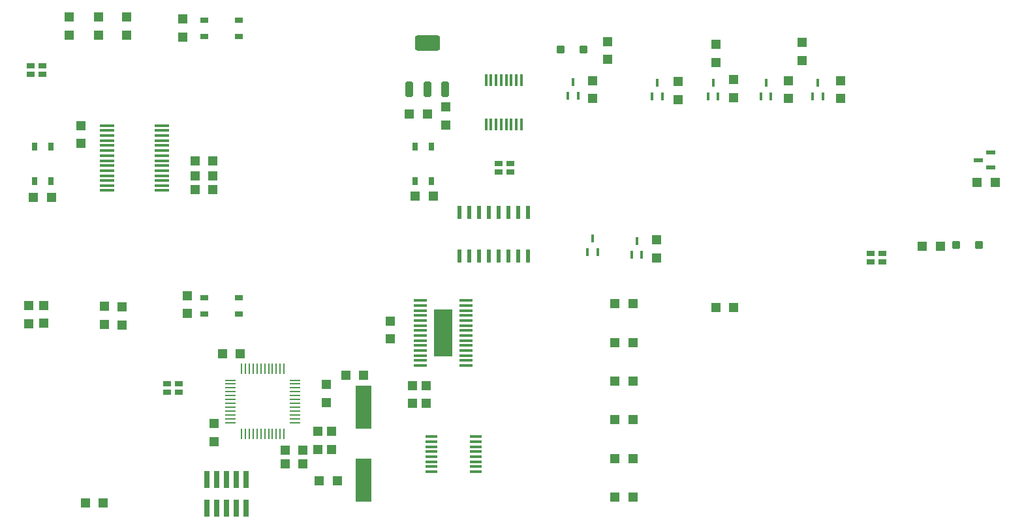
<source format=gtp>
G04*
G04 #@! TF.GenerationSoftware,Altium Limited,Altium Designer,25.5.2 (35)*
G04*
G04 Layer_Color=8421504*
%FSLAX23Y23*%
%MOIN*%
G70*
G04*
G04 #@! TF.SameCoordinates,10694D88-6559-4D2D-811B-EC1DD4263B2B*
G04*
G04*
G04 #@! TF.FilePolarity,Positive*
G04*
G01*
G75*
%ADD19R,0.028X0.039*%
%ADD20R,0.045X0.045*%
%ADD21R,0.045X0.045*%
%ADD22R,0.011X0.058*%
%ADD23R,0.058X0.011*%
%ADD24R,0.039X0.028*%
%ADD25R,0.018X0.044*%
G04:AMPARAMS|DCode=26|XSize=62mil|YSize=16mil|CornerRadius=2mil|HoleSize=0mil|Usage=FLASHONLY|Rotation=270.000|XOffset=0mil|YOffset=0mil|HoleType=Round|Shape=RoundedRectangle|*
%AMROUNDEDRECTD26*
21,1,0.062,0.012,0,0,270.0*
21,1,0.058,0.016,0,0,270.0*
1,1,0.004,-0.006,-0.029*
1,1,0.004,-0.006,0.029*
1,1,0.004,0.006,0.029*
1,1,0.004,0.006,-0.029*
%
%ADD26ROUNDEDRECTD26*%
G04:AMPARAMS|DCode=27|XSize=62mil|YSize=16mil|CornerRadius=2mil|HoleSize=0mil|Usage=FLASHONLY|Rotation=0.000|XOffset=0mil|YOffset=0mil|HoleType=Round|Shape=RoundedRectangle|*
%AMROUNDEDRECTD27*
21,1,0.062,0.012,0,0,0.0*
21,1,0.058,0.016,0,0,0.0*
1,1,0.004,0.029,-0.006*
1,1,0.004,-0.029,-0.006*
1,1,0.004,-0.029,0.006*
1,1,0.004,0.029,0.006*
%
%ADD27ROUNDEDRECTD27*%
G04:AMPARAMS|DCode=28|XSize=78mil|YSize=37mil|CornerRadius=5mil|HoleSize=0mil|Usage=FLASHONLY|Rotation=90.000|XOffset=0mil|YOffset=0mil|HoleType=Round|Shape=RoundedRectangle|*
%AMROUNDEDRECTD28*
21,1,0.078,0.027,0,0,90.0*
21,1,0.069,0.037,0,0,90.0*
1,1,0.009,0.014,0.034*
1,1,0.009,0.014,-0.034*
1,1,0.009,-0.014,-0.034*
1,1,0.009,-0.014,0.034*
%
%ADD28ROUNDEDRECTD28*%
%ADD29R,0.030X0.087*%
%ADD30R,0.094X0.243*%
%ADD31R,0.070X0.014*%
%ADD32R,0.051X0.020*%
%ADD33R,0.022X0.066*%
%ADD34R,0.075X0.016*%
%ADD35R,0.039X0.031*%
G04:AMPARAMS|DCode=36|XSize=42mil|YSize=41mil|CornerRadius=11mil|HoleSize=0mil|Usage=FLASHONLY|Rotation=0.000|XOffset=0mil|YOffset=0mil|HoleType=Round|Shape=RoundedRectangle|*
%AMROUNDEDRECTD36*
21,1,0.042,0.019,0,0,0.0*
21,1,0.021,0.041,0,0,0.0*
1,1,0.021,0.010,-0.010*
1,1,0.021,-0.010,-0.010*
1,1,0.021,-0.010,0.010*
1,1,0.021,0.010,0.010*
%
%ADD36ROUNDEDRECTD36*%
G04:AMPARAMS|DCode=37|XSize=78mil|YSize=127mil|CornerRadius=10mil|HoleSize=0mil|Usage=FLASHONLY|Rotation=90.000|XOffset=0mil|YOffset=0mil|HoleType=Round|Shape=RoundedRectangle|*
%AMROUNDEDRECTD37*
21,1,0.078,0.108,0,0,90.0*
21,1,0.058,0.127,0,0,90.0*
1,1,0.019,0.054,0.029*
1,1,0.019,0.054,-0.029*
1,1,0.019,-0.054,-0.029*
1,1,0.019,-0.054,0.029*
%
%ADD37ROUNDEDRECTD37*%
%ADD38R,0.083X0.220*%
G36*
X3172Y1907D02*
X3258D01*
Y1960D01*
X3172D01*
Y1907D01*
D02*
G37*
G36*
Y1968D02*
X3258D01*
Y2021D01*
X3172D01*
Y1968D01*
D02*
G37*
G36*
Y2029D02*
X3258D01*
Y2082D01*
X3172D01*
Y2029D01*
D02*
G37*
G36*
Y2090D02*
X3258D01*
Y2143D01*
X3172D01*
Y2090D01*
D02*
G37*
D19*
X3157Y2979D02*
D03*
Y2801D02*
D03*
X3073Y2979D02*
D03*
Y2801D02*
D03*
X1128D02*
D03*
Y2979D02*
D03*
X1212D02*
D03*
Y2801D02*
D03*
D20*
X3074Y2725D02*
D03*
X2041Y2905D02*
D03*
X2181Y1920D02*
D03*
X2409Y1355D02*
D03*
Y1425D02*
D03*
X3044Y3145D02*
D03*
X2719Y1810D02*
D03*
X2584Y1270D02*
D03*
X2041Y2760D02*
D03*
Y2830D02*
D03*
X5756Y2470D02*
D03*
X5664D02*
D03*
X4609Y2155D02*
D03*
X4701D02*
D03*
X1949Y2830D02*
D03*
Y2760D02*
D03*
X2676Y1270D02*
D03*
X2811Y1810D02*
D03*
X3136Y3145D02*
D03*
X2501Y1425D02*
D03*
Y1355D02*
D03*
X2089Y1920D02*
D03*
X4094Y2175D02*
D03*
X4186D02*
D03*
X4094Y1977D02*
D03*
X4186D02*
D03*
X4094Y1185D02*
D03*
X4186D02*
D03*
X4094Y1779D02*
D03*
X4186D02*
D03*
X4094Y1581D02*
D03*
X4186D02*
D03*
X4094Y1383D02*
D03*
X4186D02*
D03*
X3166Y2725D02*
D03*
X1216Y2720D02*
D03*
X1124D02*
D03*
X1949Y2905D02*
D03*
X1389Y1155D02*
D03*
X1481D02*
D03*
X5944Y2795D02*
D03*
X6036D02*
D03*
D21*
X3060Y1664D02*
D03*
X1175Y2166D02*
D03*
X1485Y2161D02*
D03*
X2620Y1669D02*
D03*
X2045Y1561D02*
D03*
X2575Y1429D02*
D03*
X3130Y1664D02*
D03*
X3230Y3089D02*
D03*
X1365Y2994D02*
D03*
X2645Y1429D02*
D03*
Y1521D02*
D03*
X1365Y3086D02*
D03*
X3230Y3181D02*
D03*
X3130Y1756D02*
D03*
X2575Y1521D02*
D03*
X2045Y1469D02*
D03*
X2620Y1761D02*
D03*
X1885Y3539D02*
D03*
Y3631D02*
D03*
X1910Y2124D02*
D03*
Y2216D02*
D03*
X4700Y3229D02*
D03*
Y3321D02*
D03*
X4305Y2409D02*
D03*
Y2501D02*
D03*
X4415Y3219D02*
D03*
Y3311D02*
D03*
X3980Y3224D02*
D03*
Y3316D02*
D03*
X1575Y2158D02*
D03*
Y2065D02*
D03*
X5245Y3224D02*
D03*
Y3316D02*
D03*
X4980Y3224D02*
D03*
Y3316D02*
D03*
X1600Y3549D02*
D03*
Y3641D02*
D03*
X1305Y3549D02*
D03*
Y3641D02*
D03*
X1455Y3549D02*
D03*
Y3641D02*
D03*
X1485Y2069D02*
D03*
X1175Y2074D02*
D03*
X1100Y2072D02*
D03*
Y2165D02*
D03*
X3060Y1756D02*
D03*
X2945Y1994D02*
D03*
Y2086D02*
D03*
X5048Y3511D02*
D03*
Y3419D02*
D03*
X4610Y3501D02*
D03*
Y3409D02*
D03*
X4055Y3516D02*
D03*
Y3424D02*
D03*
D22*
X2384Y1509D02*
D03*
X2206Y1841D02*
D03*
X2403D02*
D03*
X2384D02*
D03*
X2364D02*
D03*
X2344D02*
D03*
X2325D02*
D03*
X2305D02*
D03*
X2285D02*
D03*
X2265D02*
D03*
X2246D02*
D03*
X2226D02*
D03*
X2187D02*
D03*
Y1509D02*
D03*
X2206D02*
D03*
X2226D02*
D03*
X2246D02*
D03*
X2265D02*
D03*
X2285D02*
D03*
X2305D02*
D03*
X2325D02*
D03*
X2344D02*
D03*
X2364D02*
D03*
X2403D02*
D03*
D23*
X2129Y1586D02*
D03*
X2461Y1705D02*
D03*
Y1567D02*
D03*
Y1586D02*
D03*
Y1606D02*
D03*
Y1626D02*
D03*
Y1645D02*
D03*
Y1665D02*
D03*
Y1685D02*
D03*
Y1724D02*
D03*
Y1744D02*
D03*
Y1764D02*
D03*
Y1783D02*
D03*
X2129D02*
D03*
Y1764D02*
D03*
Y1744D02*
D03*
Y1724D02*
D03*
Y1705D02*
D03*
Y1685D02*
D03*
Y1665D02*
D03*
Y1645D02*
D03*
Y1626D02*
D03*
Y1606D02*
D03*
Y1567D02*
D03*
D24*
X1995Y2207D02*
D03*
X2172D02*
D03*
X1995Y3627D02*
D03*
X2172D02*
D03*
Y3543D02*
D03*
X1995D02*
D03*
X2172Y2123D02*
D03*
X1995D02*
D03*
D25*
X4865Y3305D02*
D03*
X5130Y3306D02*
D03*
X3880Y3310D02*
D03*
X4310Y3306D02*
D03*
X4205Y2496D02*
D03*
X4595Y3306D02*
D03*
X4621Y3234D02*
D03*
X4569D02*
D03*
X4231Y2424D02*
D03*
X4179D02*
D03*
X3980Y2510D02*
D03*
X4006Y2440D02*
D03*
X3954D02*
D03*
X4336Y3234D02*
D03*
X4284D02*
D03*
X3906Y3240D02*
D03*
X3854D02*
D03*
X5156Y3234D02*
D03*
X5104D02*
D03*
X4891Y3234D02*
D03*
X4839D02*
D03*
D26*
X3487Y3318D02*
D03*
X3461D02*
D03*
X3435D02*
D03*
X3615Y3092D02*
D03*
X3589D02*
D03*
X3563D02*
D03*
X3538D02*
D03*
X3512D02*
D03*
X3487D02*
D03*
X3461D02*
D03*
X3435D02*
D03*
X3512Y3318D02*
D03*
X3538D02*
D03*
X3563D02*
D03*
X3589D02*
D03*
X3615D02*
D03*
D27*
X3157Y1367D02*
D03*
Y1341D02*
D03*
Y1315D02*
D03*
X3383Y1495D02*
D03*
Y1469D02*
D03*
Y1443D02*
D03*
Y1418D02*
D03*
Y1392D02*
D03*
Y1367D02*
D03*
Y1341D02*
D03*
Y1315D02*
D03*
X3157Y1392D02*
D03*
Y1418D02*
D03*
Y1443D02*
D03*
Y1469D02*
D03*
Y1495D02*
D03*
D28*
X3044Y3271D02*
D03*
X3135D02*
D03*
X3226D02*
D03*
D29*
X2060Y1130D02*
D03*
X2110D02*
D03*
X2210D02*
D03*
X2160D02*
D03*
X2010D02*
D03*
X2210Y1276D02*
D03*
X2160D02*
D03*
X2110D02*
D03*
X2060D02*
D03*
X2010D02*
D03*
D30*
X3215Y2025D02*
D03*
D31*
X3332Y1859D02*
D03*
Y1884D02*
D03*
Y1910D02*
D03*
Y1935D02*
D03*
Y1961D02*
D03*
Y1987D02*
D03*
Y2012D02*
D03*
Y2038D02*
D03*
Y2063D02*
D03*
Y2089D02*
D03*
Y2115D02*
D03*
Y2140D02*
D03*
Y2166D02*
D03*
Y2191D02*
D03*
X3098D02*
D03*
Y2166D02*
D03*
Y2140D02*
D03*
Y2115D02*
D03*
Y2089D02*
D03*
Y2063D02*
D03*
Y2038D02*
D03*
Y2012D02*
D03*
Y1987D02*
D03*
Y1961D02*
D03*
Y1935D02*
D03*
Y1910D02*
D03*
Y1884D02*
D03*
Y1859D02*
D03*
D32*
X6012Y2948D02*
D03*
X5948Y2910D02*
D03*
X6012Y2872D02*
D03*
D33*
X3650Y2419D02*
D03*
X3300D02*
D03*
X3350D02*
D03*
X3400D02*
D03*
X3450D02*
D03*
X3500D02*
D03*
X3550D02*
D03*
X3600D02*
D03*
X3650Y2641D02*
D03*
X3600D02*
D03*
X3550D02*
D03*
X3500D02*
D03*
X3450D02*
D03*
X3400D02*
D03*
X3350D02*
D03*
X3300D02*
D03*
D34*
X1499Y3010D02*
D03*
X1781Y2856D02*
D03*
Y2754D02*
D03*
Y2779D02*
D03*
Y2805D02*
D03*
Y2830D02*
D03*
Y2882D02*
D03*
Y2907D02*
D03*
Y2933D02*
D03*
Y2958D02*
D03*
Y2984D02*
D03*
Y3010D02*
D03*
Y3035D02*
D03*
Y3061D02*
D03*
Y3086D02*
D03*
X1499Y3086D02*
D03*
Y3061D02*
D03*
Y3035D02*
D03*
Y2984D02*
D03*
Y2958D02*
D03*
Y2933D02*
D03*
Y2907D02*
D03*
Y2882D02*
D03*
Y2856D02*
D03*
Y2830D02*
D03*
Y2805D02*
D03*
Y2779D02*
D03*
Y2754D02*
D03*
D35*
X3560Y2892D02*
D03*
Y2848D02*
D03*
X3500Y2892D02*
D03*
Y2848D02*
D03*
X1805Y1723D02*
D03*
Y1767D02*
D03*
X1865Y1723D02*
D03*
Y1767D02*
D03*
X5460Y2432D02*
D03*
Y2388D02*
D03*
X5400Y2432D02*
D03*
Y2388D02*
D03*
X1110Y3348D02*
D03*
Y3392D02*
D03*
X1170Y3348D02*
D03*
Y3392D02*
D03*
D36*
X3817Y3475D02*
D03*
X3933D02*
D03*
X5953Y2475D02*
D03*
X5837D02*
D03*
D37*
X3135Y3509D02*
D03*
D38*
X2810Y1271D02*
D03*
Y1645D02*
D03*
M02*

</source>
